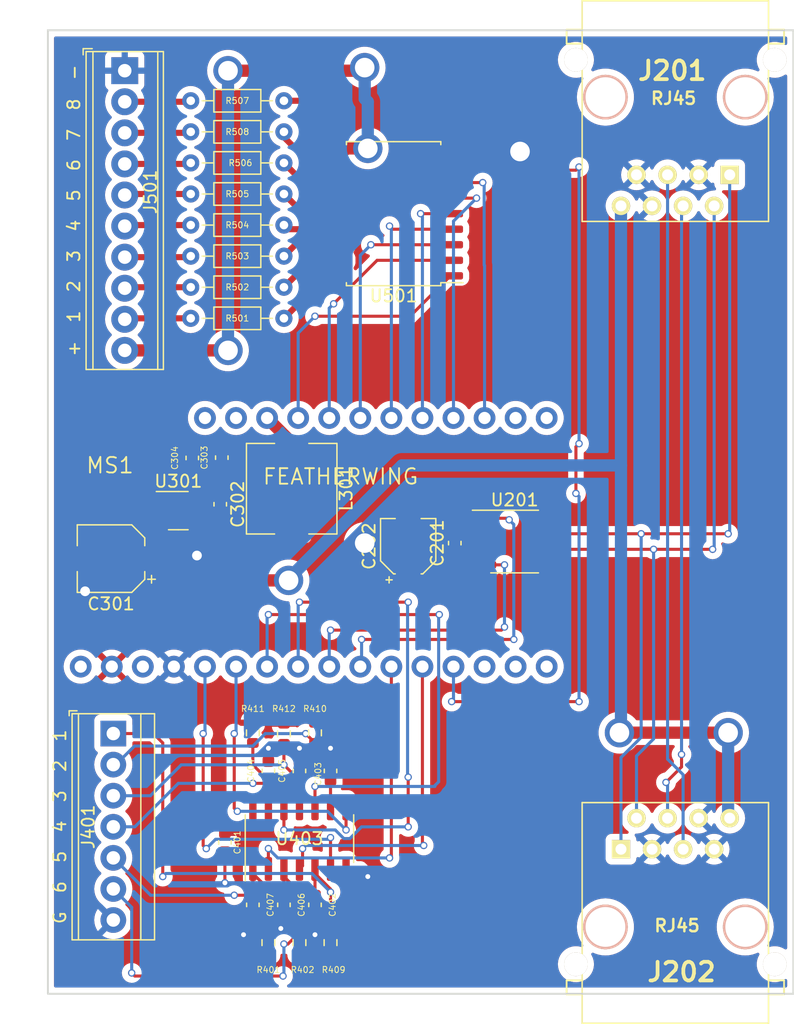
<source format=kicad_pcb>
(kicad_pcb (version 20211014) (generator pcbnew)
  (layers (0 "F.Cu" signal) (31 "B.Cu" signal) (34 "B.Paste" user) (35 "F.Paste" user) (36 "B.SilkS" user "B.Silkscreen") (37 "F.SilkS" user "F.Silkscreen") (38 "B.Mask" user) (39 "F.Mask" user) (44 "Edge.Cuts" user))
  (net 0 "")
  (net 1 "/N$25")
  (net 2 "/N$24")
  (net 3 "/N$23")
  (net 4 "/N$22")
  (net 5 "/N$21")
  (net 6 "/N$20")
  (net 7 "/N$19")
  (net 8 "/N$5")
  (net 9 "/N$3")
  (net 10 "/N$1")
  (net 11 "/VBAT")
  (net 12 "/N$18")
  (net 13 "/AREF")
  (net 14 "/N$15")
  (net 15 "/N$14")
  (net 16 "/N$13")
  (net 17 "/N$12")
  (net 18 "/N$9")
  (net 19 "/N$8")
  (net 20 "/N$7")
  (net 21 "/N$6")
  (net 22 "/N$4")
  (net 23 "/N$2")
  (net 24 "GND")
  (net 25 "+5V")
  (net 26 "/CAN Transceiver/+12V CAN Power")
  (net 27 "+3V3")
  (net 28 "Net-(C402-Pad1)")
  (net 29 "Net-(C403-Pad1)")
  (net 30 "Net-(C404-Pad1)")
  (net 31 "Net-(C405-Pad1)")
  (net 32 "Net-(C406-Pad1)")
  (net 33 "Net-(C407-Pad1)")
  (net 34 "Net-(C302-Pad1)")
  (net 35 "Net-(J201-Pad5)")
  (net 36 "Net-(J201-Pad4)")
  (net 37 "/CAN Transceiver/CANL")
  (net 38 "/CAN Transceiver/CANH")
  (net 39 "/Eight LEDs/LEDPower")
  (net 40 "Net-(J501-Pad2)")
  (net 41 "Net-(J501-Pad3)")
  (net 42 "Net-(J501-Pad7)")
  (net 43 "Net-(R501-Pad2)")
  (net 44 "Net-(R502-Pad2)")
  (net 45 "Net-(R503-Pad2)")
  (net 46 "Net-(R504-Pad2)")
  (net 47 "Net-(R505-Pad2)")
  (net 48 "Net-(R506-Pad2)")
  (net 49 "/CAN_TX")
  (net 50 "/CAN_RX")
  (net 53 "Net-(R507-Pad2)")
  (net 54 "Net-(R508-Pad2)")
  (net 55 "Net-(J501-Pad4)")
  (net 56 "Net-(J501-Pad5)")
  (net 57 "Net-(J501-Pad6)")
  (net 58 "Net-(J501-Pad8)")
  (net 59 "Net-(J501-Pad9)")
  (net 60 "Net-(C302-Pad2)")
  (footprint "Package_TO_SOT_SMD:TSOT-23-6" (layer "F.Cu") (at 137.668 77.356)
    (fp_text reference "U301")
    (fp_text value "AP63205")
  )
  (footprint "Resistor_THT:R_Axial_DIN0204_L3.6mm_D1.6mm_P7.62mm_Horizontal" (layer "F.Cu") (at 138.684 43.8588)
    (fp_text reference "R507")
    (fp_text value "1.5K Ohms")
  )
  (footprint "TerminalBlock_TE-Connectivity:TerminalBlock_TE_282834-7_1x07_P2.54mm_Horizontal" (layer "F.Cu") (at 132.354 95.575 -90)
    (fp_text reference "J401")
    (fp_text value "G  6  5  4  3  2  1")
  )
  (footprint "Resistor_THT:R_Axial_DIN0204_L3.6mm_D1.6mm_P7.62mm_Horizontal" (layer "F.Cu") (at 138.684 46.3988)
    (fp_text reference "R508")
    (fp_text value "1.5K Ohms")
  )
  (footprint "Capacitor_SMD:C_0603_1608Metric" (layer "F.Cu") (at 145.034 98.628 90)
    (fp_text reference "C404")
    (fp_text value "10 nf")
  )
  (footprint "Package_SO:SO-14_3.9x8.65mm_P1.27mm" (layer "F.Cu") (at 147.574 104.164 90)
    (fp_text reference "U403")
    (fp_text value "74HCT14")
  )
  (footprint "Capacitor_SMD:C_0603_1608Metric" (layer "F.Cu") (at 146.304 109.576 -90)
    (fp_text reference "C406")
    (fp_text value "10 nf")
  )
  (footprint "TerminalBlock_Phoenix:TerminalBlock_Phoenix_MPT-0,5-10-2.54_1x10_P2.54mm_Horizontal" (layer "F.Cu") (at 133.288 41.4008 -90)
    (fp_text reference "J501")
    (fp_text value "+  1  2  3  4  5  6  7  8  -")
  )
  (footprint "FeatherWing:FEATHERWING" (layer "F.Cu") (at 123.3384 91.3748)
    (fp_text reference "MS1")
    (fp_text value "FEATHERWING")
  )
  (footprint "Resistor_SMD:R_0603_1608Metric" (layer "F.Cu") (at 148.844 95.517 -90)
    (fp_text reference "R410")
    (fp_text value "10K Ohms")
  )
  (footprint "Capacitor_SMD:C_0603_1608Metric" (layer "F.Cu") (at 150.114 98.628 90)
    (fp_text reference "C403")
    (fp_text value "10 nf")
  )
  (footprint "Capacitor_SMD:C_0603_1608Metric" (layer "F.Cu") (at 143.764 109.576 -90)
    (fp_text reference "C407")
    (fp_text value "10 nf")
  )
  (footprint "Resistor_THT:R_Axial_DIN0204_L3.6mm_D1.6mm_P7.62mm_Horizontal" (layer "F.Cu") (at 138.684 61.6388)
    (fp_text reference "R501")
    (fp_text value "1.5K Ohms")
  )
  (footprint "Package_SO:SOIC-18W_7.5x11.6mm_P1.27mm" (layer "F.Cu") (at 155.272 53.086 180)
    (fp_text reference "U501")
    (fp_text value "TBD62084A")
  )
  (footprint "Resistor_SMD:R_0603_1608Metric" (layer "F.Cu") (at 145.034 112.661 90)
    (fp_text reference "R401")
    (fp_text value "10K Ohms")
  )
  (footprint "Capacitor_SMD:C_0603_1608Metric" (layer "F.Cu") (at 148.844 109.576 -90)
    (fp_text reference "C402")
    (fp_text value "10 nf")
  )
  (footprint "Resistor_SMD:R_0603_1608Metric" (layer "F.Cu") (at 146.304 95.593 -90)
    (fp_text reference "R412")
    (fp_text value "10K Ohms")
  )
  (footprint "Capacitor_SMD:C_0603_1608Metric" (layer "F.Cu") (at 141.097 76.835 -90)
    (fp_text reference "C302")
    (fp_text value "100nf")
  )
  (footprint "Resistor_THT:R_Axial_DIN0204_L3.6mm_D1.6mm_P7.62mm_Horizontal" (layer "F.Cu") (at 138.684 48.9388)
    (fp_text reference "R506")
    (fp_text value "1.5K Ohms")
  )
  (footprint "Resistor_THT:R_Axial_DIN0204_L3.6mm_D1.6mm_P7.62mm_Horizontal" (layer "F.Cu") (at 138.684 59.0988)
    (fp_text reference "R502")
    (fp_text value "1.5K Ohms")
  )
  (footprint "Inductor_SMD:L_7.3x7.3_H4.5" (layer "F.Cu") (at 146.939 75.565 -90)
    (fp_text reference "L301")
    (fp_text value "4.7uH")
  )
  (footprint "Resistor_SMD:R_0603_1608Metric" (layer "F.Cu") (at 147.574 112.661 90)
    (fp_text reference "R402")
    (fp_text value "10K Ohms")
  )
  (footprint "Capacitor_SMD:CP_Elec_4x5.7" (layer "F.Cu") (at 156.464 80.264 90)
    (fp_text reference "C202")
    (fp_text value "15 uf 15V")
  )
  (footprint "Resistor_THT:R_Axial_DIN0204_L3.6mm_D1.6mm_P7.62mm_Horizontal" (layer "F.Cu") (at 138.684 51.4788)
    (fp_text reference "R505")
    (fp_text value "1.5K Ohms")
  )
  (footprint "RJ45-8N-S:RJ45_8N-S" (layer "F.Cu") (at 178.308 43.561 180)
    (fp_text reference "J201")
    (fp_text value "RJ45")
  )
  (footprint "Capacitor_SMD:C_0603_1608Metric" (layer "F.Cu") (at 141.478 104.47 -90)
    (fp_text reference "C401")
    (fp_text value ".1 uf")
  )
  (footprint "Resistor_SMD:R_0603_1608Metric" (layer "F.Cu") (at 150.114 112.661 90)
    (fp_text reference "R409")
    (fp_text value "10K Ohms")
  )
  (footprint "Package_SO:SOIC-8_3.9x4.9mm_P1.27mm" (layer "F.Cu") (at 165.165 79.883)
    (fp_text reference "U201")
    (fp_text value "TCAN332DR")
  )
  (footprint "Capacitor_SMD:C_0603_1608Metric" (layer "F.Cu") (at 160.274 80.01 90)
    (fp_text reference "C201")
    (fp_text value ".1 uf")
  )
  (footprint "Resistor_THT:R_Axial_DIN0204_L3.6mm_D1.6mm_P7.62mm_Horizontal" (layer "F.Cu") (at 138.684 54.0188)
    (fp_text reference "R504")
    (fp_text value "1.5K Ohms")
  )
  (footprint "Resistor_SMD:R_0603_1608Metric" (layer "F.Cu") (at 143.764 95.517 -90)
    (fp_text reference "R411")
    (fp_text value "10K Ohms")
  )
  (footprint "Capacitor_SMD:C_0603_1608Metric" (layer "F.Cu") (at 141.224 73.025 90)
    (fp_text reference "C303")
    (fp_text value "22uf")
  )
  (footprint "Resistor_THT:R_Axial_DIN0204_L3.6mm_D1.6mm_P7.62mm_Horizontal" (layer "F.Cu") (at 138.684 56.5588)
    (fp_text reference "R503")
    (fp_text value "1.5K Ohms")
  )
  (footprint "RJ45-8N-S:RJ45_8N-S" (layer "F.Cu") (at 178.308 111.379)
    (fp_text reference "J202")
    (fp_text value "RJ45")
  )
  (footprint "Capacitor_SMD:C_0603_1608Metric" (layer "F.Cu") (at 147.574 98.628 90)
    (fp_text reference "C405")
    (fp_text value "10 nf")
  )
  (footprint "Capacitor_SMD:C_0603_1608Metric" (layer "F.Cu") (at 138.811 73.051 90)
    (fp_text reference "C304")
    (fp_text value "22uf")
  )
  (footprint "Capacitor_SMD:CP_Elec_5x5.3" (layer "F.Cu") (at 132.166 81.28 180)
    (fp_text reference "C301")
    (fp_text value "10uf")
  )
  (gr_rect (start 187.96 116.84) (end 127 38.1) (layer "Edge.Cuts") (width 0.15) (fill none))
  (segment (start 159.922 50.546) (end 162.56 50.546) (width 0.25) (layer "F.Cu") (net 3))
  (via (at 162.56 50.546) (size 0.6) (drill 0.4) (layers "F.Cu" "B.Cu") (net 3))
  (segment (start 162.56 50.546) (end 162.677 50.663) (width 0.25) (layer "B.Cu") (net 3))
  (segment (start 162.7084 57.3184) (end 162.7084 69.7848) (width 0.25) (layer "B.Cu") (net 3))
  (segment (start 162.677 57.287) (end 162.7084 57.3184) (width 0.25) (layer "B.Cu") (net 3))
  (segment (start 162.677 50.663) (end 162.677 57.287) (width 0.25) (layer "B.Cu") (net 3))
  (segment (start 159.922 51.816) (end 162.052 51.816) (width 0.25) (layer "F.Cu") (net 4))
  (via (at 162.052 51.816) (size 0.6) (drill 0.4) (layers "F.Cu" "B.Cu") (net 4))
  (segment (start 160.1684 53.6996) (end 160.1684 69.7848) (width 0.25) (layer "B.Cu") (net 4))
  (segment (start 162.052 51.816) (end 160.1684 53.6996) (width 0.25) (layer "B.Cu") (net 4))
  (segment (start 159.922 53.086) (end 157.48 53.086) (width 0.25) (layer "F.Cu") (net 5))
  (via (at 157.48 53.086) (size 0.6) (drill 0.4) (layers "F.Cu" "B.Cu") (net 5))
  (segment (start 157.6284 53.2344) (end 157.6284 69.7848) (width 0.25) (layer "B.Cu") (net 5))
  (segment (start 157.48 53.086) (end 157.6284 53.2344) (width 0.25) (layer "B.Cu") (net 5))
  (segment (start 155.194 54.356) (end 154.94 54.102) (width 0.25) (layer "F.Cu") (net 6))
  (segment (start 159.922 54.356) (end 155.194 54.356) (width 0.25) (layer "F.Cu") (net 6))
  (via (at 154.94 54.102) (size 0.6) (drill 0.4) (layers "F.Cu" "B.Cu") (net 6))
  (segment (start 154.94 54.102) (end 155.0884 54.2504) (width 0.25) (layer "B.Cu") (net 6))
  (segment (start 155.0884 54.2504) (end 155.0884 69.7848) (width 0.25) (layer "B.Cu") (net 6))
  (segment (start 159.922 55.626) (end 153.416 55.626) (width 0.25) (layer "F.Cu") (net 7))
  (via (at 153.416 55.626) (size 0.6) (drill 0.4) (layers "F.Cu" "B.Cu") (net 7))
  (segment (start 152.5484 56.4936) (end 152.5484 69.7848) (width 0.25) (layer "B.Cu") (net 7))
  (segment (start 153.416 55.626) (end 152.5484 56.4936) (width 0.25) (layer "B.Cu") (net 7))
  (segment (start 153.924 56.896) (end 150.368 60.452) (width 0.25) (layer "F.Cu") (net 8))
  (segment (start 159.922 56.896) (end 153.924 56.896) (width 0.25) (layer "F.Cu") (net 8))
  (via (at 150.368 60.452) (size 0.6) (drill 0.4) (layers "F.Cu" "B.Cu") (net 8))
  (segment (start 150.0084 60.8116) (end 150.0084 69.7848) (width 0.25) (layer "B.Cu") (net 8))
  (segment (start 150.368 60.452) (end 150.0084 60.8116) (width 0.25) (layer "B.Cu") (net 8))
  (segment (start 156.62 61.468) (end 148.844 61.468) (width 0.25) (layer "F.Cu") (net 9))
  (segment (start 159.922 58.166) (end 156.62 61.468) (width 0.25) (layer "F.Cu") (net 9))
  (via (at 148.844 61.468) (size 0.6) (drill 0.4) (layers "F.Cu" "B.Cu") (net 9))
  (segment (start 148.844 61.468) (end 147.4684 62.8436) (width 0.25) (layer "B.Cu") (net 9))
  (segment (start 147.4684 62.8436) (end 147.4684 69.7848) (width 0.25) (layer "B.Cu") (net 9))
  (segment (start 139.7 95.58) (end 139.7 104.724) (width 0.25) (layer "F.Cu") (net 14))
  (segment (start 139.7 104.724) (end 139.954 104.978) (width 0.25) (layer "F.Cu") (net 14))
  (segment (start 150.114 104.0785) (end 150.114 106.639) (width 0.25) (layer "F.Cu") (net 14))
  (via (at 139.954 104.978) (size 0.6) (drill 0.4) (layers "F.Cu" "B.Cu") (net 14))
  (via (at 150.114 104.0785) (size 0.6) (drill 0.4) (layers "F.Cu" "B.Cu") (net 14))
  (via (at 139.7 95.58) (size 0.6) (drill 0.4) (layers "F.Cu" "B.Cu") (net 14))
  (segment (start 139.8484 95.4316) (end 139.8484 90.1048) (width 0.25) (layer "B.Cu") (net 14))
  (segment (start 140.716 104.216) (end 139.954 104.978) (width 0.25) (layer "B.Cu") (net 14))
  (segment (start 149.9765 104.216) (end 140.716 104.216) (width 0.25) (layer "B.Cu") (net 14))
  (segment (start 150.114 104.0785) (end 149.9765 104.216) (width 0.25) (layer "B.Cu") (net 14))
  (segment (start 139.7 95.58) (end 139.8484 95.4316) (width 0.25) (layer "B.Cu") (net 14))
  (segment (start 142.24 101.676) (end 142.494 101.93) (width 0.25) (layer "F.Cu") (net 15))
  (segment (start 151.384 103.454) (end 151.384 101.689) (width 0.25) (layer "F.Cu") (net 15))
  (segment (start 142.24 95.58) (end 142.24 101.676) (width 0.25) (layer "F.Cu") (net 15))
  (via (at 142.494 101.93) (size 0.6) (drill 0.4) (layers "F.Cu" "B.Cu") (net 15))
  (via (at 142.24 95.58) (size 0.6) (drill 0.4) (layers "F.Cu" "B.Cu") (net 15))
  (via (at 151.384 103.454) (size 0.6) (drill 0.4) (layers "F.Cu" "B.Cu") (net 15))
  (segment (start 142.494 101.93) (end 149.86 101.93) (width 0.25) (layer "B.Cu") (net 15))
  (segment (start 142.24 95.58) (end 142.3884 95.4316) (width 0.25) (layer "B.Cu") (net 15))
  (segment (start 149.86 101.93) (end 151.384 103.454) (width 0.25) (layer "B.Cu") (net 15))
  (segment (start 142.3884 95.4316) (end 142.3884 90.1048) (width 0.25) (layer "B.Cu") (net 15))
  (segment (start 145.034 85.852) (end 159.004 85.852) (width 0.25) (layer "F.Cu") (net 16))
  (segment (start 148.844 99.898) (end 148.844 101.689) (width 0.25) (layer "F.Cu") (net 16))
  (via (at 159.004 85.852) (size 0.6) (drill 0.4) (layers "F.Cu" "B.Cu") (net 16))
  (via (at 145.034 85.852) (size 0.6) (drill 0.4) (layers "F.Cu" "B.Cu") (net 16))
  (via (at 148.844 99.898) (size 0.6) (drill 0.4) (layers "F.Cu" "B.Cu") (net 16))
  (segment (start 144.9284 85.9576) (end 145.034 85.852) (width 0.25) (layer "B.Cu") (net 16))
  (segment (start 159.004 85.852) (end 158.9544 85.9016) (width 0.25) (layer "B.Cu") (net 16))
  (segment (start 144.9284 90.1048) (end 144.9284 85.9576) (width 0.25) (layer "B.Cu") (net 16))
  (segment (start 158.9544 85.9016) (end 158.9544 99.5184) (width 0.25) (layer "B.Cu") (net 16))
  (segment (start 158.6508 99.898) (end 148.844 99.898) (width 0.25) (layer "B.Cu") (net 16))
  (segment (start 158.9544 99.5184) (end 158.6508 99.822) (width 0.25) (layer "B.Cu") (net 16))
  (segment (start 156.464 99.136) (end 156.464 103.2) (width 0.25) (layer "F.Cu") (net 17))
  (segment (start 147.574 84.836) (end 156.464 84.836) (width 0.25) (layer "F.Cu") (net 17))
  (segment (start 146.304 103.454) (end 146.304 101.689) (width 0.25) (layer "F.Cu") (net 17))
  (via (at 156.464 103.2) (size 0.6) (drill 0.4) (layers "F.Cu" "B.Cu") (net 17))
  (via (at 156.464 84.836) (size 0.6) (drill 0.4) (layers "F.Cu" "B.Cu") (net 17))
  (via (at 146.304 103.454) (size 0.6) (drill 0.4) (layers "F.Cu" "B.Cu") (net 17))
  (via (at 156.464 99.136) (size 0.6) (drill 0.4) (layers "F.Cu" "B.Cu") (net 17))
  (via (at 147.574 84.836) (size 0.6) (drill 0.4) (layers "F.Cu" "B.Cu") (net 17))
  (segment (start 156.4144 84.8856) (end 156.4144 99.0864) (width 0.25) (layer "B.Cu") (net 17))
  (segment (start 156.4144 99.0864) (end 156.464 99.136) (width 0.25) (layer "B.Cu") (net 17))
  (segment (start 156.464 84.836) (end 156.4144 84.8856) (width 0.25) (layer "B.Cu") (net 17))
  (segment (start 156.464 103.2) (end 152.654 103.2) (width 0.25) (layer "B.Cu") (net 17))
  (segment (start 147.4684 84.9416) (end 147.574 84.836) (width 0.25) (layer "B.Cu") (net 17))
  (segment (start 151.698942 104.155058) (end 151.201174 104.155058) (width 0.25) (layer "B.Cu") (net 17))
  (segment (start 152.654 103.2) (end 151.698942 104.155058) (width 0.25) (layer "B.Cu") (net 17))
  (segment (start 151.201174 104.155058) (end 150.500116 103.454) (width 0.25) (layer "B.Cu") (net 17))
  (segment (start 150.500116 103.454) (end 146.304 103.454) (width 0.25) (layer "B.Cu") (net 17))
  (segment (start 147.4684 90.1048) (end 147.4684 84.9416) (width 0.25) (layer "B.Cu") (net 17))
  (segment (start 155.0884 90.1048) (end 155.0884 105.5916) (width 0.25) (layer "F.Cu") (net 18))
  (segment (start 145.034 104.978) (end 145.034 106.639) (width 0.25) (layer "F.Cu") (net 18))
  (segment (start 155.0884 105.5916) (end 154.94 105.74) (width 0.25) (layer "F.Cu") (net 18))
  (via (at 145.034 104.978) (size 0.6) (drill 0.4) (layers "F.Cu" "B.Cu") (net 18))
  (via (at 154.94 105.74) (size 0.6) (drill 0.4) (layers "F.Cu" "B.Cu") (net 18))
  (segment (start 145.796 105.74) (end 145.034 104.978) (width 0.25) (layer "B.Cu") (net 18))
  (segment (start 154.94 105.74) (end 145.796 105.74) (width 0.25) (layer "B.Cu") (net 18))
  (segment (start 157.6284 104.6184) (end 157.734 104.724) (width 0.25) (layer "F.Cu") (net 19))
  (segment (start 147.828 106.385) (end 147.574 106.639) (width 0.25) (layer "F.Cu") (net 19))
  (segment (start 147.828 104.978) (end 147.828 106.385) (width 0.25) (layer "F.Cu") (net 19))
  (segment (start 157.6284 90.1048) (end 157.6284 104.6184) (width 0.25) (layer "F.Cu") (net 19))
  (via (at 147.828 104.978) (size 0.6) (drill 0.4) (layers "F.Cu" "B.Cu") (net 19))
  (via (at 157.734 104.724) (size 0.6) (drill 0.4) (layers "F.Cu" "B.Cu") (net 19))
  (segment (start 157.734 104.724) (end 148.082 104.724) (width 0.25) (layer "B.Cu") (net 19))
  (segment (start 148.082 104.724) (end 147.828 104.978) (width 0.25) (layer "B.Cu") (net 19))
  (segment (start 164.976324 49.531) (end 170.179 49.531) (width 0.25) (layer "F.Cu") (net 20))
  (segment (start 159.922 49.276) (end 164.721324 49.276) (width 0.25) (layer "F.Cu") (net 20))
  (segment (start 164.721324 49.276) (end 164.976324 49.531) (width 0.25) (layer "F.Cu") (net 20))
  (segment (start 170.18 72.136) (end 170.434 71.882) (width 0.25) (layer "F.Cu") (net 20))
  (segment (start 170.18 75.946) (end 170.18 72.136) (width 0.25) (layer "F.Cu") (net 20))
  (segment (start 160.02 92.964) (end 170.434 92.964) (width 0.25) (layer "F.Cu") (net 20))
  (segment (start 170.179 49.531) (end 170.434 49.276) (width 0.25) (layer "F.Cu") (net 20))
  (via (at 170.434 92.964) (size 0.6) (drill 0.4) (layers "F.Cu" "B.Cu") (net 20))
  (via (at 170.18 75.946) (size 0.6) (drill 0.4) (layers "F.Cu" "B.Cu") (net 20))
  (via (at 160.02 92.964) (size 0.6) (drill 0.4) (layers "F.Cu" "B.Cu") (net 20))
  (via (at 170.434 49.276) (size 0.6) (drill 0.4) (layers "F.Cu" "B.Cu") (net 20))
  (via (at 170.434 71.882) (size 0.6) (drill 0.4) (layers "F.Cu" "B.Cu") (net 20))
  (segment (start 170.434 71.882) (end 170.434 49.276) (width 0.25) (layer "B.Cu") (net 20))
  (segment (start 170.434 92.964) (end 170.434 76.2) (width 0.25) (layer "B.Cu") (net 20))
  (segment (start 170.434 76.2) (end 170.18 75.946) (width 0.25) (layer "B.Cu") (net 20))
  (segment (start 160.1684 90.1048) (end 160.1684 92.8156) (width 0.25) (layer "B.Cu") (net 20))
  (segment (start 160.1684 92.8156) (end 160.02 92.964) (width 0.25) (layer "B.Cu") (net 20))
  (segment (start 129.966 81.28) (end 129.966 83.865) (width 0.5) (layer "F.Cu") (net 24))
  (segment (start 143.764 110.351) (end 143.764 111.252) (width 0.25) (layer "F.Cu") (net 24))
  (segment (start 154.454 78.464) (end 156.464 78.464) (width 1) (layer "F.Cu") (net 24))
  (segment (start 159.922 48.006) (end 165.608 48.006) (width 1) (layer "F.Cu") (net 24))
  (segment (start 160.274 79.235) (end 157.235 79.235) (width 1) (layer "F.Cu") (net 24))
  (segment (start 152.537 106.639) (end 153.162 107.264) (width 0.25) (layer "F.Cu") (net 24))
  (segment (start 151.384 106.639) (end 152.537 106.639) (width 0.25) (layer "F.Cu") (net 24))
  (segment (start 136.893 72.276) (end 129.966 79.203) (width 0.5) (layer "F.Cu") (net 24))
  (segment (start 145.034 97.853) (end 145.034 96.774) (width 0.25) (layer "F.Cu") (net 24))
  (segment (start 147.574 96.774) (end 147.574 97.853) (width 0.25) (layer "F.Cu") (net 24))
  (segment (start 160.287 79.248) (end 160.274 79.235) (width 1) (layer "F.Cu") (net 24))
  (segment (start 146.05 111.506) (end 146.05 110.605) (width 0.25) (layer "F.Cu") (net 24))
  (segment (start 146.05 110.605) (end 146.304 110.351) (width 0.25) (layer "F.Cu") (net 24))
  (segment (start 150.114 97.853) (end 150.114 96.774) (width 0.25) (layer "F.Cu") (net 24))
  (segment (start 141.224 72.25) (end 138.837 72.25) (width 0.5) (layer "F.Cu") (net 24))
  (segment (start 162.69 79.248) (end 160.287 79.248) (width 1) (layer "F.Cu") (net 24))
  (segment (start 141.478 105.245) (end 141.478 107.772) (width 0.25) (layer "F.Cu") (net 24))
  (segment (start 138.811 72.276) (end 136.893 72.276) (width 0.5) (layer "F.Cu") (net 24))
  (segment (start 148.844 110.351) (end 148.844 112.014) (width 0.25) (layer "F.Cu") (net 24))
  (segment (start 129.966 79.203) (end 129.966 81.28) (width 0.5) (layer "F.Cu") (net 24))
  (segment (start 138.837 72.25) (end 138.811 72.276) (width 0.5) (layer "F.Cu") (net 24))
  (segment (start 138.8055 80.6395) (end 139.192 81.026) (width 0.5) (layer "F.Cu") (net 24))
  (segment (start 157.235 79.235) (end 156.464 78.464) (width 1) (layer "F.Cu") (net 24))
  (segment (start 129.966 83.865) (end 130.048 83.947) (width 0.5) (layer "F.Cu") (net 24))
  (segment (start 152.908 80.01) (end 154.454 78.464) (width 1) (layer "F.Cu") (net 24))
  (segment (start 143.764 111.252) (end 143.002 112.014) (width 0.25) (layer "F.Cu") (net 24))
  (segment (start 138.8055 78.306) (end 138.8055 80.6395) (width 0.5) (layer "F.Cu") (net 24))
  (via (at 147.574 96.774) (size 0.6) (drill 0.4) (layers "F.Cu" "B.Cu") (net 24))
  (via (at 148.844 112.014) (size 0.6) (drill 0.4) (layers "F.Cu" "B.Cu") (net 24))
  (via (at 153.162 107.264) (size 0.6) (drill 0.4) (layers "F.Cu" "B.Cu") (net 24))
  (via (at 141.478 107.772) (size 0.6) (drill 0.4) (layers "F.Cu" "B.Cu") (net 24))
  (via (at 145.034 96.774) (size 0.6) (drill 0.4) (layers "F.Cu" "B.Cu") (net 24))
  (via (at 139.192 81.026) (size 1.2) (drill 0.8) (layers "F.Cu" "B.Cu") (net 24))
  (via (at 146.05 111.506) (size 0.6) (drill 0.4) (layers "F.Cu" "B.Cu") (net 24))
  (via (at 143.002 112.014) (size 0.6) (drill 0.4) (layers "F.Cu" "B.Cu") (net 24))
  (via (at 152.908 80.01) (size 2.4) (drill 1.6) (layers "F.Cu" "B.Cu") (net 24))
  (via (at 150.114 96.774) (size 0.6) (drill 0.4) (layers "F.Cu" "B.Cu") (net 24))
  (via (at 130.048 83.947) (size 1.2) (drill 0.8) (layers "F.Cu" "B.Cu") (net 24))
  (via (at 165.608 48.006) (size 2.4) (drill 1.6) (layers "F.Cu" "B.Cu") (net 24))
  (segment (start 138.811 74.1255) (end 136.5805 76.356) (width 1) (layer "F.Cu") (net 25))
  (segment (start 145.504 73.8) (end 146.939 72.365) (width 1) (layer "F.Cu") (net 25))
  (segment (start 146.939 72.365) (end 146.939 71.7954) (width 1) (layer "F.Cu") (net 25))
  (segment (start 136.5805 76.356) (end 136.5305 76.356) (width 1) (layer "F.Cu") (net 25))
  (segment (start 141.198 73.826) (end 141.224 73.8) (width 1) (layer "F.Cu") (net 25))
  (segment (start 138.811 73.826) (end 138.811 74.1255) (width 1) (layer "F.Cu") (net 25))
  (segment (start 138.811 73.826) (end 141.198 73.826) (width 1) (layer "F.Cu") (net 25))
  (segment (start 141.224 73.8) (end 145.504 73.8) (width 1) (layer "F.Cu") (net 25))
  (segment (start 146.939 71.7954) (end 144.9284 69.7848) (width 1) (layer "F.Cu") (net 25))
  (segment (start 134.366 81.28) (end 136.144 83.058) (width 1) (layer "F.Cu") (net 26))
  (segment (start 136.144 83.058) (end 146.685 83.058) (width 1) (layer "F.Cu") (net 26))
  (segment (start 134.366 81.28) (end 134.366 80.4705) (width 1) (layer "F.Cu") (net 26))
  (segment (start 134.366 80.4705) (end 136.5305 78.306) (width 1) (layer "F.Cu") (net 26))
  (segment (start 136.5305 78.306) (end 136.5305 77.556) (width 1) (layer "F.Cu") (net 26))
  (segment (start 173.736 95.504) (end 182.626 95.504) (width 1) (layer "F.Cu") (net 26))
  (via (at 173.736 95.504) (size 2.4) (drill 1.6) (layers "F.Cu" "B.Cu") (net 26))
  (via (at 146.685 83.058) (size 2.4) (drill 1.6) (layers "F.Cu" "B.Cu") (net 26))
  (via (at 182.626 95.504) (size 2.4) (drill 1.6) (layers "F.Cu" "B.Cu") (net 26))
  (segment (start 146.685 83.058) (end 146.685 82.931) (width 1) (layer "B.Cu") (net 26))
  (segment (start 173.863 52.451) (end 173.863 73.66) (width 1) (layer "B.Cu") (net 26))
  (segment (start 182.626 102.362) (end 182.753 102.489) (width 1) (layer "B.Cu") (net 26))
  (segment (start 173.863 95.377) (end 173.736 95.504) (width 1) (layer "B.Cu") (net 26))
  (segment (start 173.863 73.66) (end 173.863 95.377) (width 1) (layer "B.Cu") (net 26))
  (segment (start 155.956 73.66) (end 173.863 73.66) (width 1) (layer "B.Cu") (net 26))
  (segment (start 146.685 82.931) (end 155.956 73.66) (width 1) (layer "B.Cu") (net 26))
  (segment (start 182.626 95.504) (end 182.626 102.362) (width 1) (layer "B.Cu") (net 26))
  (segment (start 150.114 108.285751) (end 150.114 108.534) (width 0.25) (layer "F.Cu") (net 28))
  (segment (start 148.844 106.639) (end 148.844 107.015751) (width 0.25) (layer "F.Cu") (net 28))
  (segment (start 136.398 107.264) (end 136.398 96.342) (width 0.25) (layer "F.Cu") (net 28))
  (segment (start 150.114 108.534) (end 150.114 111.836) (width 0.25) (layer "F.Cu") (net 28))
  (segment (start 148.844 107.015751) (end 150.114 108.285751) (width 0.25) (layer "F.Cu") (net 28))
  (segment (start 135.631 95.575) (end 132.354 95.575) (width 0.25) (layer "F.Cu") (net 28))
  (segment (start 136.398 96.342) (end 135.631 95.575) (width 0.25) (layer "F.Cu") (net 28))
  (segment (start 148.844 106.639) (end 148.844 108.801) (width 0.25) (layer "F.Cu") (net 28))
  (via (at 150.114 108.534) (size 0.6) (drill 0.4) (layers "F.Cu" "B.Cu") (net 28))
  (via (at 136.398 107.264) (size 0.6) (drill 0.4) (layers "F.Cu" "B.Cu") (net 28))
  (segment (start 136.398 107.264) (end 136.652 107.01) (width 0.25) (layer "B.Cu") (net 28))
  (segment (start 136.652 107.01) (end 148.59 107.01) (width 0.25) (layer "B.Cu") (net 28))
  (segment (start 148.59 107.01) (end 150.114 108.534) (width 0.25) (layer "B.Cu") (net 28))
  (segment (start 148.844 96.342) (end 148.844 98.133) (width 0.25) (layer "F.Cu") (net 29))
  (segment (start 150.114 101.689) (end 150.114 99.403) (width 0.25) (layer "F.Cu") (net 29))
  (segment (start 148.844 98.133) (end 150.114 99.403) (width 0.25) (layer "F.Cu") (net 29))
  (segment (start 148.082 95.58) (end 148.844 96.342) (width 0.25) (layer "F.Cu") (net 29))
  (via (at 148.082 95.58) (size 0.6) (drill 0.4) (layers "F.Cu" "B.Cu") (net 29))
  (segment (start 148.082 95.58) (end 144.78 95.58) (width 0.25) (layer "B.Cu") (net 29))
  (segment (start 134.083 96.596) (end 132.564 98.115) (width 0.25) (layer "B.Cu") (net 29))
  (segment (start 143.764 96.596) (end 134.083 96.596) (width 0.25) (layer "B.Cu") (net 29))
  (segment (start 132.564 98.115) (end 132.354 98.115) (width 0.25) (layer "B.Cu") (net 29))
  (segment (start 144.78 95.58) (end 143.764 96.596) (width 0.25) (layer "B.Cu") (net 29))
  (segment (start 143.764 96.342) (end 143.764 98.133) (width 0.25) (layer "F.Cu") (net 30))
  (segment (start 143.764 98.133) (end 145.034 99.403) (width 0.25) (layer "F.Cu") (net 30))
  (segment (start 144.793 99.644) (end 145.034 99.403) (width 0.25) (layer "F.Cu") (net 30))
  (segment (start 145.034 101.689) (end 145.034 99.403) (width 0.25) (layer "F.Cu") (net 30))
  (segment (start 143.764 99.644) (end 144.793 99.644) (width 0.25) (layer "F.Cu") (net 30))
  (via (at 143.764 99.644) (size 0.6) (drill 0.4) (layers "F.Cu" "B.Cu") (net 30))
  (segment (start 134.117 103.195) (end 132.354 103.195) (width 0.25) (layer "B.Cu") (net 30))
  (segment (start 137.668 99.644) (end 134.117 103.195) (width 0.25) (layer "B.Cu") (net 30))
  (segment (start 143.764 99.644) (end 137.668 99.644) (width 0.25) (layer "B.Cu") (net 30))
  (segment (start 147.574 101.689) (end 147.574 99.403) (width 0.25) (layer "F.Cu") (net 31))
  (segment (start 146.304 98.133) (end 147.574 99.403) (width 0.25) (layer "F.Cu") (net 31))
  (segment (start 146.304 96.418) (end 146.304 98.133) (width 0.25) (layer "F.Cu") (net 31))
  (via (at 146.304 98.133) (size 0.6) (drill 0.4) (layers "F.Cu" "B.Cu") (net 31))
  (segment (start 135.387 100.655) (end 132.354 100.655) (width 0.25) (layer "B.Cu") (net 31))
  (segment (start 137.909 98.133) (end 135.387 100.655) (width 0.25) (layer "B.Cu") (net 31))
  (segment (start 146.304 98.133) (end 137.909 98.133) (width 0.25) (layer "B.Cu") (net 31))
  (segment (start 146.228 115.392) (end 134.112 115.392) (width 0.25) (layer "F.Cu") (net 32))
  (segment (start 134.112 115.392) (end 133.858 115.138) (width 0.25) (layer "F.Cu") (net 32))
  (segment (start 147.574 108.534) (end 147.574 111.836) (width 0.25) (layer "F.Cu") (net 32))
  (segment (start 146.304 106.639) (end 146.304 108.801) (width 0.25) (layer "F.Cu") (net 32))
  (segment (start 146.304 107.264) (end 147.574 108.534) (width 0.25) (layer "F.Cu") (net 32))
  (segment (start 146.304 112.776) (end 146.634 112.776) (width 0.25) (layer "F.Cu") (net 32))
  (segment (start 146.634 112.776) (end 147.574 111.836) (width 0.25) (layer "F.Cu") (net 32))
  (segment (start 146.304 106.639) (end 146.304 107.264) (width 0.25) (layer "F.Cu") (net 32))
  (via (at 146.304 112.776) (size 0.6) (drill 0.4) (layers "F.Cu" "B.Cu") (net 32))
  (via (at 133.858 115.138) (size 0.6) (drill 0.4) (layers "F.Cu" "B.Cu") (net 32))
  (via (at 146.228 115.392) (size 0.6) (drill 0.4) (layers "F.Cu" "B.Cu") (net 32))
  (segment (start 146.228 115.392) (end 146.304 115.316) (width 0.25) (layer "B.Cu") (net 32))
  (segment (start 146.304 115.316) (end 146.304 112.776) (width 0.25) (layer "B.Cu") (net 32))
  (segment (start 133.858 109.779) (end 132.354 108.275) (width 0.25) (layer "B.Cu") (net 32))
  (segment (start 133.858 115.138) (end 133.858 109.779) (width 0.25) (layer "B.Cu") (net 32))
  (segment (start 143.764 107.015751) (end 145.034 108.285751) (width 0.25) (layer "F.Cu") (net 33))
  (segment (start 142.24 108.788) (end 143.751 108.788) (width 0.25) (layer "F.Cu") (net 33))
  (segment (start 143.764 106.639) (end 143.764 108.801) (width 0.25) (layer "F.Cu") (net 33))
  (segment (start 143.764 106.639) (end 143.764 107.015751) (width 0.25) (layer "F.Cu") (net 33))
  (segment (start 143.751 108.788) (end 143.764 108.801) (width 0.25) (layer "F.Cu") (net 33))
  (segment (start 145.034 108.285751) (end 145.034 111.836) (width 0.25) (layer "F.Cu") (net 33))
  (via (at 142.24 108.788) (size 0.6) (drill 0.4) (layers "F.Cu" "B.Cu") (net 33))
  (segment (start 135.407 108.788) (end 132.354 105.735) (width 0.25) (layer "B.Cu") (net 33))
  (segment (start 142.24 108.788) (end 135.407 108.788) (width 0.25) (layer "B.Cu") (net 33))
  (segment (start 139.1515 76.06) (end 138.8055 76.406) (width 0.25) (layer "F.Cu") (net 34))
  (segment (start 141.097 76.06) (end 139.1515 76.06) (width 0.25) (layer "F.Cu") (net 34))
  (segment (start 178.943 98.933) (end 178.943 105.029) (width 0.25) (layer "B.Cu") (net 35))
  (segment (start 177.673 49.911) (end 177.673 97.663) (width 0.25) (layer "B.Cu") (net 35))
  (segment (start 177.673 97.663) (end 178.943 98.933) (width 0.25) (layer "B.Cu") (net 35))
  (segment (start 177.546 99.568) (end 178.816 98.298) (width 0.25) (layer "F.Cu") (net 36))
  (segment (start 178.816 98.298) (end 178.816 97.282) (width 0.25) (layer "F.Cu") (net 36))
  (via (at 178.816 97.282) (size 0.6) (drill 0.4) (layers "F.Cu" "B.Cu") (net 36))
  (via (at 177.546 99.568) (size 0.6) (drill 0.4) (layers "F.Cu" "B.Cu") (net 36))
  (segment (start 177.673 99.695) (end 177.546 99.568) (width 0.25) (layer "B.Cu") (net 36))
  (segment (start 178.816 52.578) (end 178.943 52.451) (width 0.25) (layer "B.Cu") (net 36))
  (segment (start 177.673 102.489) (end 177.673 99.695) (width 0.25) (layer "B.Cu") (net 36))
  (segment (start 178.816 97.282) (end 178.816 52.578) (width 0.25) (layer "B.Cu") (net 36))
  (segment (start 176.53 80.518) (end 181.356 80.518) (width 0.25) (layer "F.Cu") (net 37))
  (segment (start 167.64 80.518) (end 176.53 80.518) (width 0.25) (layer "F.Cu") (net 37))
  (via (at 176.53 80.518) (size 0.6) (drill 0.4) (layers "F.Cu" "B.Cu") (net 37))
  (via (at 181.356 80.518) (size 0.6) (drill 0.4) (layers "F.Cu" "B.Cu") (net 37))
  (segment (start 181.483 52.451) (end 181.483 80.391) (width 0.25) (layer "B.Cu") (net 37))
  (segment (start 175.133 97.409) (end 176.53 96.012) (width 0.25) (layer "B.Cu") (net 37))
  (segment (start 181.483 80.391) (end 181.356 80.518) (width 0.25) (layer "B.Cu") (net 37))
  (segment (start 175.133 102.489) (end 175.133 97.409) (width 0.25) (layer "B.Cu") (net 37))
  (segment (start 176.53 96.012) (end 176.53 80.518) (width 0.25) (layer "B.Cu") (net 37))
  (segment (start 175.514 79.248) (end 182.626 79.248) (width 0.25) (layer "F.Cu") (net 38))
  (segment (start 167.64 79.248) (end 175.514 79.248) (width 0.25) (layer "F.Cu") (net 38))
  (via (at 182.626 79.248) (size 0.6) (drill 0.4) (layers "F.Cu" "B.Cu") (net 38))
  (via (at 175.514 79.248) (size 0.6) (drill 0.4) (layers "F.Cu" "B.Cu") (net 38))
  (segment (start 182.753 49.911) (end 182.753 79.121) (width 0.25) (layer "B.Cu") (net 38))
  (segment (start 175.514 95.882676) (end 175.514 79.248) (width 0.25) (layer "B.Cu") (net 38))
  (segment (start 173.863 105.029) (end 173.863 97.533676) (width 0.25) (layer "B.Cu") (net 38))
  (segment (start 182.753 79.121) (end 182.626 79.248) (width 0.25) (layer "B.Cu") (net 38))
  (segment (start 173.863 97.533676) (end 175.514 95.882676) (width 0.25) (layer "B.Cu") (net 38))
  (segment (start 141.7308 64.2608) (end 141.732 64.262) (width 1) (layer "F.Cu") (net 39))
  (segment (start 152.908 41.148) (end 152.654 41.402) (width 1) (layer "F.Cu") (net 39))
  (segment (start 152.654 41.402) (end 141.732 41.402) (width 1) (layer "F.Cu") (net 39))
  (segment (start 150.876 47.752) (end 150.622 48.006) (width 1) (layer "F.Cu") (net 39))
  (segment (start 153.162 47.752) (end 150.876 47.752) (width 1) (layer "F.Cu") (net 39))
  (segment (start 133.288 64.2608) (end 141.7308 64.2608) (width 1) (layer "F.Cu") (net 39))
  (via (at 152.908 41.148) (size 2.4) (drill 1.6) (layers "F.Cu" "B.Cu") (net 39))
  (via (at 153.162 47.752) (size 2.4) (drill 1.6) (layers "F.Cu" "B.Cu") (net 39))
  (via (at 141.732 41.402) (size 2.4) (drill 1.6) (layers "F.Cu" "B.Cu") (net 39))
  (via (at 141.732 64.262) (size 2.4) (drill 1.6) (layers "F.Cu" "B.Cu") (net 39))
  (segment (start 141.732 64.262) (end 141.732 41.402) (width 1) (layer "B.Cu") (net 39))
  (segment (start 152.908 41.148) (end 152.908 43.688) (width 1) (layer "B.Cu") (net 39))
  (segment (start 152.908 43.688) (end 153.162 43.942) (width 1) (layer "B.Cu") (net 39))
  (segment (start 153.162 43.942) (end 153.162 47.752) (width 1) (layer "B.Cu") (net 39))
  (segment (start 138.602 43.9408) (end 138.684 43.8588) (width 0.5) (layer "F.Cu") (net 40))
  (segment (start 133.288 43.9408) (end 138.602 43.9408) (width 0.5) (layer "F.Cu") (net 40))
  (segment (start 138.602 46.4808) (end 138.684 46.3988) (width 0.5) (layer "F.Cu") (net 41))
  (segment (start 133.288 46.4808) (end 138.602 46.4808) (width 0.5) (layer "F.Cu") (net 41))
  (segment (start 138.602 56.6408) (end 138.684 56.5588) (width 0.5) (layer "F.Cu") (net 42))
  (segment (start 133.288 56.6408) (end 138.602 56.6408) (width 0.5) (layer "F.Cu") (net 42))
  (segment (start 150.622 58.166) (end 149.7768 58.166) (width 0.5) (layer "F.Cu") (net 43))
  (segment (start 149.7768 58.166) (end 146.304 61.6388) (width 0.5) (layer "F.Cu") (net 43))
  (segment (start 148.5068 56.896) (end 146.304 59.0988) (width 0.5) (layer "F.Cu") (net 44))
  (segment (start 150.622 56.896) (end 148.5068 56.896) (width 0.5) (layer "F.Cu") (net 44))
  (segment (start 150.622 55.626) (end 147.2368 55.626) (width 0.5) (layer "F.Cu") (net 45))
  (segment (start 147.2368 55.626) (end 146.304 56.5588) (width 0.5) (layer "F.Cu") (net 45))
  (segment (start 150.622 54.356) (end 146.6412 54.356) (width 0.5) (layer "F.Cu") (net 46))
  (segment (start 146.6412 54.356) (end 146.304 54.0188) (width 0.5) (layer "F.Cu") (net 46))
  (segment (start 150.622 53.086) (end 147.9112 53.086) (width 0.5) (layer "F.Cu") (net 47))
  (segment (start 147.9112 53.086) (end 146.304 51.4788) (width 0.5) (layer "F.Cu") (net 47))
  (segment (start 150.622 51.816) (end 149.1812 51.816) (width 0.5) (layer "F.Cu") (net 48))
  (segment (start 149.1812 51.816) (end 146.304 48.9388) (width 0.5) (layer "F.Cu") (net 48))
  (segment (start 165.1 87.884) (end 152.654 87.884) (width 0.25) (layer "F.Cu") (net 49))
  (segment (start 162.69 77.978) (end 164.592 77.978) (width 0.25) (layer "F.Cu") (net 49))
  (segment (start 164.592 77.978) (end 164.719 78.105) (width 0.25) (layer "F.Cu") (net 49))
  (via (at 152.654 87.884) (size 0.6) (drill 0.4) (layers "F.Cu" "B.Cu") (net 49))
  (via (at 165.1 87.884) (size 0.6) (drill 0.4) (layers "F.Cu" "B.Cu") (net 49))
  (via (at 164.719 78.105) (size 0.6) (drill 0.4) (layers "F.Cu" "B.Cu") (net 49))
  (segment (start 152.654 87.884) (end 152.654 89.9992) (width 0.25) (layer "B.Cu") (net 49))
  (segment (start 165.1 78.486) (end 165.1 87.884) (width 0.25) (layer "B.Cu") (net 49))
  (segment (start 152.654 89.9992) (end 152.5484 90.1048) (width 0.25) (layer "B.Cu") (net 49))
  (segment (start 164.719 78.105) (end 165.1 78.486) (width 0.25) (layer "B.Cu") (net 49))
  (segment (start 164.338 81.788) (end 162.69 81.788) (width 0.25) (layer "F.Cu") (net 50))
  (segment (start 150.114 87.122) (end 164.084 87.122) (width 0.25) (layer "F.Cu") (net 50))
  (segment (start 164.084 87.122) (end 164.338 86.868) (width 0.25) (layer "F.Cu") (net 50))
  (via (at 150.114 87.122) (size 0.6) (drill 0.4) (layers "F.Cu" "B.Cu") (net 50))
  (via (at 164.338 81.788) (size 0.6) (drill 0.4) (layers "F.Cu" "B.Cu") (net 50))
  (via (at 164.338 86.868) (size 0.6) (drill 0.4) (layers "F.Cu" "B.Cu") (net 50))
  (segment (start 150.0084 90.1048) (end 150.0084 87.2276) (width 0.25) (layer "B.Cu") (net 50))
  (segment (start 150.0084 87.2276) (end 150.114 87.122) (width 0.25) (layer "B.Cu") (net 50))
  (segment (start 164.338 86.868) (end 164.338 81.788) (width 0.25) (layer "B.Cu") (net 50))
  (segment (start 147.9988 43.8588) (end 146.304 43.8588) (width 0.5) (layer "F.Cu") (net 53))
  (segment (start 148.844 44.704) (end 147.9988 43.8588) (width 0.5) (layer "F.Cu") (net 53))
  (segment (start 148.844 48.101528) (end 148.844 44.704) (width 0.5) (layer "F.Cu") (net 53))
  (segment (start 150.018472 49.276) (end 148.844 48.101528) (width 0.5) (layer "F.Cu") (net 53))
  (segment (start 150.622 49.276) (end 150.018472 49.276) (width 0.5) (layer "F.Cu") (net 53))
  (segment (start 146.304 46.831528) (end 146.304 46.3988) (width 0.5) (layer "F.Cu") (net 54))
  (segment (start 150.622 50.546) (end 150.018472 50.546) (width 0.5) (layer "F.Cu") (net 54))
  (segment (start 150.018472 50.546) (end 146.304 46.831528) (width 0.5) (layer "F.Cu") (net 54))
  (segment (start 138.602 49.0208) (end 138.684 48.9388) (width 0.5) (layer "F.Cu") (net 55))
  (segment (start 133.288 49.0208) (end 138.602 49.0208) (width 0.5) (layer "F.Cu") (net 55))
  (segment (start 138.684 51.4788) (end 133.37 51.4788) (width 0.5) (layer "F.Cu") (net 56))
  (segment (start 133.37 51.4788) (end 133.288 51.5608) (width 0.5) (layer "F.Cu") (net 56))
  (segment (start 138.684 54.0188) (end 133.37 54.0188) (width 0.5) (layer "F.Cu") (net 57))
  (segment (start 133.37 59.0988) (end 133.288 59.1808) (width 0.5) (layer "F.Cu") (net 58))
  (segment (start 138.684 59.0988) (end 133.37 59.0988) (width 0.5) (layer "F.Cu") (net 58))
  (segment (start 133.37 61.6388) (end 133.288 61.7208) (width 0.5) (layer "F.Cu") (net 59))
  (segment (start 138.684 61.6388) (end 133.37 61.6388) (width 0.5) (layer "F.Cu") (net 59))
  (segment (start 141.097 77.61) (end 142.252 78.765) (width 0.5) (layer "F.Cu") (net 60))
  (segment (start 140.843 77.356) (end 141.097 77.61) (width 0.5) (layer "F.Cu") (net 60))
  (segment (start 138.8055 77.356) (end 140.843 77.356) (width 0.5) (layer "F.Cu") (net 60))
  (segment (start 142.252 78.765) (end 146.939 78.765) (width 0.5) (layer "F.Cu") (net 60))
  (zone (net 27) (net_name "+3V3") (layer "F.Cu") (connect_pads (clearance 0.508)) (min_thickness 0.254) (fill yes (thermal_gap 0.508) (thermal_bridge_width 0.508))
    (polygon (pts (xy 187.96 116.84) (xy 127 116.84) (xy 127 38.1) (xy 187.96 38.1)))
  )
  (zone (net 24) (net_name "GND") (layer "B.Cu") (connect_pads (clearance 0.508)) (min_thickness 0.254) (fill yes (thermal_gap 0.508) (thermal_bridge_width 0.508))
    (polygon (pts (xy 187.96 116.84) (xy 127 116.84) (xy 127 38.1) (xy 187.96 38.1)))
  )
)
</source>
